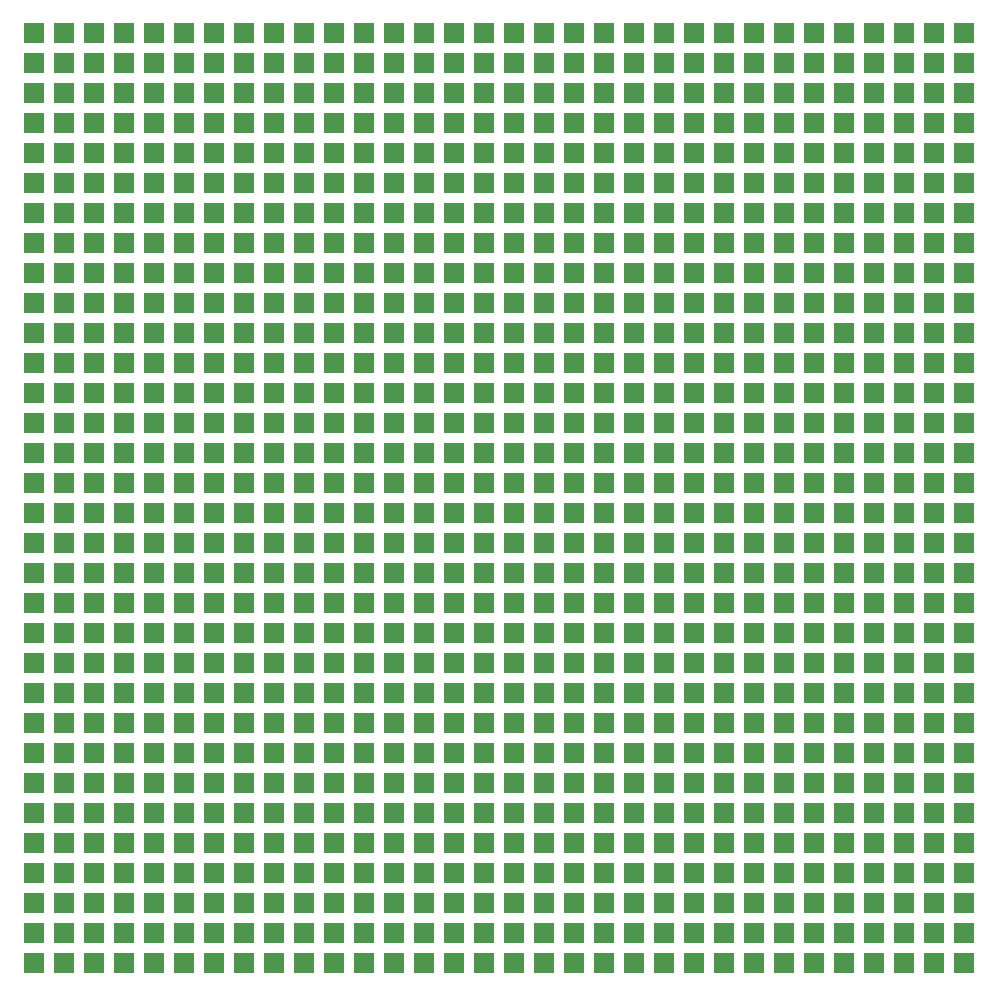
<source format=gbr>
%TF.GenerationSoftware,KiCad,Pcbnew,6.0.6-3a73a75311~116~ubuntu20.04.1*%
%TF.CreationDate,2022-06-29T13:13:07-05:00*%
%TF.ProjectId,XL_Proto_Breadboard_v001,584c5f50-726f-4746-9f5f-427265616462,rev?*%
%TF.SameCoordinates,Original*%
%TF.FileFunction,Soldermask,Top*%
%TF.FilePolarity,Negative*%
%FSLAX46Y46*%
G04 Gerber Fmt 4.6, Leading zero omitted, Abs format (unit mm)*
G04 Created by KiCad (PCBNEW 6.0.6-3a73a75311~116~ubuntu20.04.1) date 2022-06-29 13:13:07*
%MOMM*%
%LPD*%
G01*
G04 APERTURE LIST*
%ADD10R,1.700000X1.700000*%
G04 APERTURE END LIST*
D10*
%TO.C,U1*%
X153780000Y-87980000D03*
X151240000Y-57500000D03*
X120760000Y-67660000D03*
X184260000Y-87980000D03*
X153780000Y-75280000D03*
X110600000Y-90520000D03*
X163940000Y-113380000D03*
X143620000Y-90520000D03*
X141080000Y-72740000D03*
X174100000Y-75280000D03*
X125840000Y-100680000D03*
X110600000Y-123540000D03*
X133460000Y-121000000D03*
X156320000Y-90520000D03*
X169020000Y-133700000D03*
X169020000Y-115920000D03*
X143620000Y-123540000D03*
X148700000Y-57500000D03*
X171560000Y-60040000D03*
X181720000Y-80360000D03*
X179180000Y-87980000D03*
X133460000Y-100680000D03*
X158860000Y-126080000D03*
X143620000Y-103220000D03*
X138540000Y-126080000D03*
X158860000Y-87980000D03*
X120760000Y-72740000D03*
X186800000Y-113380000D03*
X179180000Y-70200000D03*
X163940000Y-103220000D03*
X118220000Y-60040000D03*
X179180000Y-105760000D03*
X179180000Y-100680000D03*
X179180000Y-72740000D03*
X169020000Y-82900000D03*
X171560000Y-70200000D03*
X110600000Y-95600000D03*
X186800000Y-100680000D03*
X125840000Y-65120000D03*
X133460000Y-105760000D03*
X189340000Y-70200000D03*
X133460000Y-62580000D03*
X161400000Y-98140000D03*
X148700000Y-87980000D03*
X156320000Y-57500000D03*
X110600000Y-133700000D03*
X158860000Y-118460000D03*
X166480000Y-67660000D03*
X153780000Y-118460000D03*
X133460000Y-82900000D03*
X130920000Y-103220000D03*
X163940000Y-82900000D03*
X153780000Y-80360000D03*
X184260000Y-65120000D03*
X151240000Y-82900000D03*
X118220000Y-123540000D03*
X148700000Y-118460000D03*
X181720000Y-95600000D03*
X184260000Y-100680000D03*
X148700000Y-123540000D03*
X143620000Y-113380000D03*
X143620000Y-95600000D03*
X113140000Y-95600000D03*
X136000000Y-70200000D03*
X186800000Y-123540000D03*
X130920000Y-60040000D03*
X169020000Y-126080000D03*
X158860000Y-62580000D03*
X181720000Y-90520000D03*
X115680000Y-80360000D03*
X169020000Y-128620000D03*
X110600000Y-98140000D03*
X120760000Y-123540000D03*
X138540000Y-54960000D03*
X176640000Y-65120000D03*
X115680000Y-133700000D03*
X136000000Y-103220000D03*
X151240000Y-98140000D03*
X163940000Y-67660000D03*
X176640000Y-60040000D03*
X110600000Y-93060000D03*
X146160000Y-85440000D03*
X136000000Y-126080000D03*
X161400000Y-60040000D03*
X125840000Y-70200000D03*
X110600000Y-103220000D03*
X189340000Y-110840000D03*
X184260000Y-75280000D03*
X156320000Y-93060000D03*
X153780000Y-123540000D03*
X181720000Y-72740000D03*
X156320000Y-75280000D03*
X184260000Y-113380000D03*
X156320000Y-118460000D03*
X128380000Y-113380000D03*
X161400000Y-85440000D03*
X186800000Y-95600000D03*
X151240000Y-93060000D03*
X189340000Y-123540000D03*
X130920000Y-75280000D03*
X123300000Y-93060000D03*
X186800000Y-105760000D03*
X141080000Y-108300000D03*
X153780000Y-110840000D03*
X138540000Y-108300000D03*
X166480000Y-75280000D03*
X153780000Y-57500000D03*
X181720000Y-77820000D03*
X176640000Y-80360000D03*
X146160000Y-77820000D03*
X156320000Y-95600000D03*
X128380000Y-128620000D03*
X143620000Y-108300000D03*
X115680000Y-72740000D03*
X171560000Y-123540000D03*
X115680000Y-54960000D03*
X123300000Y-128620000D03*
X158860000Y-85440000D03*
X186800000Y-126080000D03*
X130920000Y-57500000D03*
X120760000Y-103220000D03*
X153780000Y-67660000D03*
X120760000Y-70200000D03*
X161400000Y-133700000D03*
X171560000Y-54960000D03*
X153780000Y-121000000D03*
X110600000Y-87980000D03*
X153780000Y-90520000D03*
X128380000Y-93060000D03*
X113140000Y-103220000D03*
X123300000Y-80360000D03*
X174100000Y-87980000D03*
X128380000Y-118460000D03*
X171560000Y-67660000D03*
X110600000Y-75280000D03*
X143620000Y-131160000D03*
X133460000Y-123540000D03*
X161400000Y-62580000D03*
X163940000Y-77820000D03*
X118220000Y-62580000D03*
X118220000Y-118460000D03*
X130920000Y-85440000D03*
X156320000Y-82900000D03*
X138540000Y-95600000D03*
X136000000Y-115920000D03*
X166480000Y-108300000D03*
X166480000Y-113380000D03*
X128380000Y-82900000D03*
X136000000Y-121000000D03*
X110600000Y-105760000D03*
X138540000Y-62580000D03*
X158860000Y-108300000D03*
X171560000Y-87980000D03*
X163940000Y-131160000D03*
X128380000Y-131160000D03*
X113140000Y-57500000D03*
X128380000Y-115920000D03*
X151240000Y-90520000D03*
X120760000Y-113380000D03*
X153780000Y-85440000D03*
X133460000Y-72740000D03*
X138540000Y-100680000D03*
X161400000Y-57500000D03*
X133460000Y-90520000D03*
X181720000Y-75280000D03*
X148700000Y-108300000D03*
X136000000Y-108300000D03*
X158860000Y-65120000D03*
X174100000Y-103220000D03*
X146160000Y-133700000D03*
X176640000Y-67660000D03*
X138540000Y-103220000D03*
X141080000Y-62580000D03*
X151240000Y-108300000D03*
X163940000Y-57500000D03*
X189340000Y-90520000D03*
X130920000Y-95600000D03*
X166480000Y-80360000D03*
X113140000Y-110840000D03*
X118220000Y-54960000D03*
X179180000Y-54960000D03*
X146160000Y-54960000D03*
X153780000Y-77820000D03*
X153780000Y-60040000D03*
X148700000Y-128620000D03*
X174100000Y-126080000D03*
X169020000Y-98140000D03*
X186800000Y-60040000D03*
X166480000Y-65120000D03*
X189340000Y-103220000D03*
X113140000Y-108300000D03*
X153780000Y-126080000D03*
X163940000Y-62580000D03*
X113140000Y-75280000D03*
X125840000Y-105760000D03*
X184260000Y-70200000D03*
X156320000Y-103220000D03*
X133460000Y-128620000D03*
X158860000Y-105760000D03*
X174100000Y-98140000D03*
X189340000Y-67660000D03*
X186800000Y-118460000D03*
X143620000Y-62580000D03*
X163940000Y-95600000D03*
X171560000Y-103220000D03*
X120760000Y-62580000D03*
X189340000Y-121000000D03*
X115680000Y-113380000D03*
X143620000Y-93060000D03*
X166480000Y-90520000D03*
X156320000Y-70200000D03*
X163940000Y-100680000D03*
X174100000Y-123540000D03*
X181720000Y-110840000D03*
X171560000Y-105760000D03*
X141080000Y-113380000D03*
X113140000Y-87980000D03*
X141080000Y-115920000D03*
X163940000Y-70200000D03*
X146160000Y-115920000D03*
X125840000Y-103220000D03*
X125840000Y-60040000D03*
X133460000Y-110840000D03*
X169020000Y-103220000D03*
X179180000Y-77820000D03*
X151240000Y-75280000D03*
X158860000Y-98140000D03*
X161400000Y-93060000D03*
X128380000Y-110840000D03*
X176640000Y-113380000D03*
X153780000Y-115920000D03*
X115680000Y-110840000D03*
X125840000Y-98140000D03*
X171560000Y-133700000D03*
X143620000Y-60040000D03*
X156320000Y-100680000D03*
X174100000Y-67660000D03*
X166480000Y-123540000D03*
X110600000Y-113380000D03*
X141080000Y-105760000D03*
X184260000Y-85440000D03*
X118220000Y-115920000D03*
X184260000Y-72740000D03*
X166480000Y-133700000D03*
X161400000Y-118460000D03*
X163940000Y-115920000D03*
X141080000Y-121000000D03*
X120760000Y-100680000D03*
X141080000Y-103220000D03*
X148700000Y-93060000D03*
X179180000Y-121000000D03*
X179180000Y-128620000D03*
X189340000Y-108300000D03*
X156320000Y-128620000D03*
X120760000Y-75280000D03*
X128380000Y-87980000D03*
X186800000Y-108300000D03*
X110600000Y-72740000D03*
X133460000Y-108300000D03*
X181720000Y-67660000D03*
X156320000Y-131160000D03*
X115680000Y-75280000D03*
X156320000Y-62580000D03*
X128380000Y-54960000D03*
X125840000Y-95600000D03*
X118220000Y-70200000D03*
X118220000Y-65120000D03*
X123300000Y-87980000D03*
X181720000Y-57500000D03*
X153780000Y-113380000D03*
X125840000Y-87980000D03*
X181720000Y-108300000D03*
X181720000Y-121000000D03*
X141080000Y-110840000D03*
X158860000Y-128620000D03*
X186800000Y-65120000D03*
X146160000Y-60040000D03*
X151240000Y-95600000D03*
X125840000Y-67660000D03*
X128380000Y-65120000D03*
X181720000Y-126080000D03*
X171560000Y-126080000D03*
X163940000Y-110840000D03*
X169020000Y-118460000D03*
X163940000Y-80360000D03*
X115680000Y-85440000D03*
X120760000Y-93060000D03*
X136000000Y-98140000D03*
X184260000Y-121000000D03*
X118220000Y-67660000D03*
X153780000Y-128620000D03*
X161400000Y-82900000D03*
X174100000Y-113380000D03*
X128380000Y-72740000D03*
X141080000Y-131160000D03*
X184260000Y-123540000D03*
X141080000Y-126080000D03*
X120760000Y-118460000D03*
X179180000Y-103220000D03*
X118220000Y-103220000D03*
X161400000Y-80360000D03*
X184260000Y-60040000D03*
X161400000Y-70200000D03*
X166480000Y-72740000D03*
X176640000Y-126080000D03*
X161400000Y-105760000D03*
X151240000Y-80360000D03*
X146160000Y-95600000D03*
X123300000Y-72740000D03*
X146160000Y-80360000D03*
X153780000Y-93060000D03*
X174100000Y-121000000D03*
X189340000Y-54960000D03*
X133460000Y-87980000D03*
X118220000Y-128620000D03*
X120760000Y-128620000D03*
X171560000Y-128620000D03*
X138540000Y-60040000D03*
X169020000Y-110840000D03*
X166480000Y-85440000D03*
X138540000Y-123540000D03*
X186800000Y-90520000D03*
X186800000Y-85440000D03*
X161400000Y-113380000D03*
X118220000Y-98140000D03*
X156320000Y-126080000D03*
X141080000Y-98140000D03*
X176640000Y-100680000D03*
X186800000Y-57500000D03*
X133460000Y-57500000D03*
X136000000Y-85440000D03*
X158860000Y-54960000D03*
X169020000Y-72740000D03*
X158860000Y-60040000D03*
X163940000Y-87980000D03*
X179180000Y-90520000D03*
X169020000Y-95600000D03*
X113140000Y-77820000D03*
X115680000Y-103220000D03*
X115680000Y-90520000D03*
X110600000Y-77820000D03*
X128380000Y-77820000D03*
X118220000Y-75280000D03*
X163940000Y-75280000D03*
X176640000Y-103220000D03*
X136000000Y-80360000D03*
X153780000Y-105760000D03*
X171560000Y-90520000D03*
X163940000Y-105760000D03*
X158860000Y-67660000D03*
X128380000Y-85440000D03*
X158860000Y-113380000D03*
X138540000Y-87980000D03*
X171560000Y-121000000D03*
X130920000Y-115920000D03*
X136000000Y-110840000D03*
X189340000Y-57500000D03*
X163940000Y-128620000D03*
X143620000Y-82900000D03*
X189340000Y-75280000D03*
X166480000Y-115920000D03*
X115680000Y-105760000D03*
X158860000Y-75280000D03*
X153780000Y-54960000D03*
X171560000Y-85440000D03*
X113140000Y-118460000D03*
X166480000Y-93060000D03*
X148700000Y-65120000D03*
X171560000Y-131160000D03*
X123300000Y-105760000D03*
X113140000Y-70200000D03*
X156320000Y-133700000D03*
X125840000Y-82900000D03*
X166480000Y-100680000D03*
X120760000Y-60040000D03*
X133460000Y-115920000D03*
X151240000Y-128620000D03*
X138540000Y-77820000D03*
X113140000Y-131160000D03*
X141080000Y-57500000D03*
X123300000Y-82900000D03*
X143620000Y-54960000D03*
X181720000Y-133700000D03*
X118220000Y-133700000D03*
X156320000Y-115920000D03*
X166480000Y-82900000D03*
X156320000Y-98140000D03*
X113140000Y-62580000D03*
X136000000Y-77820000D03*
X148700000Y-70200000D03*
X174100000Y-115920000D03*
X130920000Y-131160000D03*
X113140000Y-60040000D03*
X118220000Y-90520000D03*
X174100000Y-85440000D03*
X151240000Y-113380000D03*
X143620000Y-65120000D03*
X153780000Y-72740000D03*
X163940000Y-133700000D03*
X166480000Y-103220000D03*
X113140000Y-98140000D03*
X125840000Y-115920000D03*
X186800000Y-72740000D03*
X130920000Y-98140000D03*
X153780000Y-133700000D03*
X125840000Y-54960000D03*
X130920000Y-54960000D03*
X166480000Y-110840000D03*
X146160000Y-100680000D03*
X143620000Y-57500000D03*
X123300000Y-67660000D03*
X156320000Y-121000000D03*
X148700000Y-67660000D03*
X148700000Y-98140000D03*
X113140000Y-72740000D03*
X133460000Y-113380000D03*
X138540000Y-67660000D03*
X158860000Y-100680000D03*
X123300000Y-103220000D03*
X158860000Y-72740000D03*
X189340000Y-82900000D03*
X169020000Y-77820000D03*
X184260000Y-128620000D03*
X136000000Y-57500000D03*
X184260000Y-105760000D03*
X141080000Y-133700000D03*
X148700000Y-131160000D03*
X153780000Y-82900000D03*
X123300000Y-133700000D03*
X138540000Y-118460000D03*
X133460000Y-77820000D03*
X174100000Y-82900000D03*
X176640000Y-70200000D03*
X138540000Y-72740000D03*
X141080000Y-82900000D03*
X120760000Y-110840000D03*
X179180000Y-62580000D03*
X115680000Y-70200000D03*
X113140000Y-123540000D03*
X120760000Y-54960000D03*
X133460000Y-70200000D03*
X176640000Y-110840000D03*
X186800000Y-67660000D03*
X163940000Y-118460000D03*
X133460000Y-85440000D03*
X143620000Y-126080000D03*
X189340000Y-131160000D03*
X138540000Y-121000000D03*
X118220000Y-77820000D03*
X133460000Y-126080000D03*
X128380000Y-95600000D03*
X151240000Y-131160000D03*
X186800000Y-110840000D03*
X118220000Y-110840000D03*
X143620000Y-75280000D03*
X120760000Y-126080000D03*
X125840000Y-93060000D03*
X136000000Y-131160000D03*
X146160000Y-105760000D03*
X120760000Y-95600000D03*
X151240000Y-105760000D03*
X189340000Y-98140000D03*
X125840000Y-123540000D03*
X174100000Y-108300000D03*
X181720000Y-105760000D03*
X161400000Y-108300000D03*
X171560000Y-110840000D03*
X184260000Y-93060000D03*
X176640000Y-75280000D03*
X186800000Y-87980000D03*
X169020000Y-70200000D03*
X158860000Y-133700000D03*
X186800000Y-82900000D03*
X158860000Y-82900000D03*
X110600000Y-67660000D03*
X176640000Y-123540000D03*
X179180000Y-80360000D03*
X128380000Y-105760000D03*
X156320000Y-123540000D03*
X120760000Y-77820000D03*
X123300000Y-121000000D03*
X148700000Y-77820000D03*
X138540000Y-85440000D03*
X118220000Y-87980000D03*
X133460000Y-75280000D03*
X153780000Y-131160000D03*
X113140000Y-126080000D03*
X148700000Y-75280000D03*
X141080000Y-100680000D03*
X143620000Y-98140000D03*
X171560000Y-72740000D03*
X148700000Y-95600000D03*
X146160000Y-113380000D03*
X166480000Y-118460000D03*
X174100000Y-72740000D03*
X146160000Y-75280000D03*
X161400000Y-100680000D03*
X128380000Y-67660000D03*
X184260000Y-108300000D03*
X166480000Y-128620000D03*
X123300000Y-131160000D03*
X136000000Y-67660000D03*
X133460000Y-95600000D03*
X174100000Y-118460000D03*
X130920000Y-87980000D03*
X156320000Y-85440000D03*
X181720000Y-118460000D03*
X169020000Y-123540000D03*
X130920000Y-72740000D03*
X163940000Y-60040000D03*
X113140000Y-115920000D03*
X169020000Y-100680000D03*
X184260000Y-131160000D03*
X123300000Y-57500000D03*
X179180000Y-82900000D03*
X169020000Y-75280000D03*
X189340000Y-62580000D03*
X115680000Y-108300000D03*
X128380000Y-121000000D03*
X169020000Y-60040000D03*
X163940000Y-108300000D03*
X123300000Y-118460000D03*
X120760000Y-108300000D03*
X181720000Y-65120000D03*
X141080000Y-60040000D03*
X169020000Y-90520000D03*
X166480000Y-62580000D03*
X133460000Y-67660000D03*
X174100000Y-70200000D03*
X146160000Y-82900000D03*
X113140000Y-121000000D03*
X174100000Y-54960000D03*
X141080000Y-75280000D03*
X163940000Y-85440000D03*
X130920000Y-118460000D03*
X179180000Y-133700000D03*
X136000000Y-133700000D03*
X133460000Y-103220000D03*
X186800000Y-54960000D03*
X125840000Y-80360000D03*
X123300000Y-123540000D03*
X186800000Y-62580000D03*
X161400000Y-77820000D03*
X158860000Y-123540000D03*
X161400000Y-131160000D03*
X143620000Y-121000000D03*
X176640000Y-90520000D03*
X166480000Y-105760000D03*
X184260000Y-62580000D03*
X123300000Y-54960000D03*
X118220000Y-108300000D03*
X148700000Y-80360000D03*
X171560000Y-82900000D03*
X179180000Y-65120000D03*
X184260000Y-54960000D03*
X146160000Y-123540000D03*
X113140000Y-133700000D03*
X189340000Y-118460000D03*
X146160000Y-110840000D03*
X151240000Y-67660000D03*
X176640000Y-108300000D03*
X174100000Y-128620000D03*
X130920000Y-113380000D03*
X176640000Y-72740000D03*
X110600000Y-57500000D03*
X189340000Y-65120000D03*
X120760000Y-105760000D03*
X174100000Y-131160000D03*
X189340000Y-128620000D03*
X161400000Y-115920000D03*
X148700000Y-90520000D03*
X128380000Y-108300000D03*
X161400000Y-54960000D03*
X151240000Y-110840000D03*
X179180000Y-93060000D03*
X181720000Y-115920000D03*
X176640000Y-87980000D03*
X113140000Y-80360000D03*
X120760000Y-98140000D03*
X125840000Y-85440000D03*
X118220000Y-113380000D03*
X143620000Y-115920000D03*
X115680000Y-77820000D03*
X148700000Y-100680000D03*
X123300000Y-95600000D03*
X163940000Y-54960000D03*
X161400000Y-121000000D03*
X118220000Y-126080000D03*
X138540000Y-128620000D03*
X110600000Y-62580000D03*
X186800000Y-133700000D03*
X151240000Y-126080000D03*
X113140000Y-93060000D03*
X148700000Y-72740000D03*
X146160000Y-67660000D03*
X136000000Y-82900000D03*
X161400000Y-126080000D03*
X186800000Y-77820000D03*
X141080000Y-85440000D03*
X151240000Y-60040000D03*
X146160000Y-108300000D03*
X156320000Y-60040000D03*
X169020000Y-113380000D03*
X115680000Y-98140000D03*
X146160000Y-72740000D03*
X115680000Y-126080000D03*
X130920000Y-67660000D03*
X141080000Y-65120000D03*
X130920000Y-126080000D03*
X174100000Y-95600000D03*
X176640000Y-93060000D03*
X161400000Y-65120000D03*
X113140000Y-67660000D03*
X115680000Y-118460000D03*
X151240000Y-123540000D03*
X146160000Y-70200000D03*
X141080000Y-128620000D03*
X171560000Y-98140000D03*
X171560000Y-65120000D03*
X118220000Y-131160000D03*
X123300000Y-113380000D03*
X133460000Y-65120000D03*
X115680000Y-100680000D03*
X123300000Y-100680000D03*
X143620000Y-133700000D03*
X130920000Y-62580000D03*
X128380000Y-70200000D03*
X169020000Y-67660000D03*
X113140000Y-54960000D03*
X110600000Y-65120000D03*
X189340000Y-87980000D03*
X158860000Y-93060000D03*
X171560000Y-115920000D03*
X128380000Y-60040000D03*
X138540000Y-133700000D03*
X171560000Y-93060000D03*
X130920000Y-93060000D03*
X163940000Y-93060000D03*
X125840000Y-108300000D03*
X158860000Y-80360000D03*
X128380000Y-133700000D03*
X120760000Y-90520000D03*
X151240000Y-133700000D03*
X171560000Y-57500000D03*
X158860000Y-57500000D03*
X146160000Y-93060000D03*
X186800000Y-121000000D03*
X186800000Y-103220000D03*
X166480000Y-87980000D03*
X136000000Y-54960000D03*
X143620000Y-72740000D03*
X176640000Y-54960000D03*
X186800000Y-93060000D03*
X110600000Y-54960000D03*
X176640000Y-62580000D03*
X148700000Y-60040000D03*
X169020000Y-80360000D03*
X156320000Y-80360000D03*
X189340000Y-105760000D03*
X110600000Y-126080000D03*
X148700000Y-62580000D03*
X184260000Y-77820000D03*
X128380000Y-98140000D03*
X156320000Y-87980000D03*
X174100000Y-62580000D03*
X176640000Y-77820000D03*
X118220000Y-57500000D03*
X120760000Y-80360000D03*
X148700000Y-121000000D03*
X143620000Y-80360000D03*
X143620000Y-105760000D03*
X158860000Y-121000000D03*
X153780000Y-65120000D03*
X156320000Y-65120000D03*
X153780000Y-98140000D03*
X176640000Y-121000000D03*
X113140000Y-113380000D03*
X141080000Y-67660000D03*
X184260000Y-110840000D03*
X110600000Y-118460000D03*
X146160000Y-103220000D03*
X118220000Y-95600000D03*
X141080000Y-123540000D03*
X158860000Y-131160000D03*
X136000000Y-118460000D03*
X166480000Y-57500000D03*
X146160000Y-87980000D03*
X151240000Y-103220000D03*
X148700000Y-85440000D03*
X189340000Y-72740000D03*
X138540000Y-65120000D03*
X186800000Y-80360000D03*
X113140000Y-128620000D03*
X113140000Y-90520000D03*
X189340000Y-93060000D03*
X156320000Y-105760000D03*
X158860000Y-77820000D03*
X128380000Y-90520000D03*
X184260000Y-82900000D03*
X128380000Y-126080000D03*
X125840000Y-75280000D03*
X143620000Y-87980000D03*
X166480000Y-98140000D03*
X151240000Y-54960000D03*
X125840000Y-121000000D03*
X171560000Y-113380000D03*
X186800000Y-70200000D03*
X151240000Y-77820000D03*
X128380000Y-100680000D03*
X123300000Y-90520000D03*
X138540000Y-70200000D03*
X189340000Y-95600000D03*
X186800000Y-131160000D03*
X181720000Y-70200000D03*
X166480000Y-54960000D03*
X125840000Y-110840000D03*
X123300000Y-60040000D03*
X179180000Y-123540000D03*
X125840000Y-118460000D03*
X171560000Y-118460000D03*
X179180000Y-75280000D03*
X123300000Y-98140000D03*
X118220000Y-72740000D03*
X184260000Y-98140000D03*
X141080000Y-80360000D03*
X123300000Y-77820000D03*
X128380000Y-123540000D03*
X130920000Y-90520000D03*
X110600000Y-100680000D03*
X115680000Y-115920000D03*
X169020000Y-105760000D03*
X148700000Y-105760000D03*
X130920000Y-77820000D03*
X118220000Y-105760000D03*
X151240000Y-87980000D03*
X174100000Y-77820000D03*
X125840000Y-128620000D03*
X189340000Y-85440000D03*
X169020000Y-93060000D03*
X141080000Y-77820000D03*
X174100000Y-80360000D03*
X181720000Y-87980000D03*
X130920000Y-105760000D03*
X143620000Y-100680000D03*
X136000000Y-62580000D03*
X179180000Y-126080000D03*
X189340000Y-80360000D03*
X179180000Y-115920000D03*
X143620000Y-70200000D03*
X113140000Y-65120000D03*
X156320000Y-54960000D03*
X163940000Y-123540000D03*
X133460000Y-131160000D03*
X141080000Y-90520000D03*
X184260000Y-103220000D03*
X143620000Y-110840000D03*
X179180000Y-60040000D03*
X113140000Y-100680000D03*
X110600000Y-60040000D03*
X138540000Y-80360000D03*
X174100000Y-105760000D03*
X161400000Y-67660000D03*
X166480000Y-121000000D03*
X148700000Y-113380000D03*
X141080000Y-54960000D03*
X171560000Y-75280000D03*
X156320000Y-72740000D03*
X171560000Y-62580000D03*
X146160000Y-62580000D03*
X179180000Y-108300000D03*
X158860000Y-70200000D03*
X189340000Y-115920000D03*
X133460000Y-133700000D03*
X123300000Y-62580000D03*
X171560000Y-80360000D03*
X166480000Y-60040000D03*
X186800000Y-98140000D03*
X161400000Y-75280000D03*
X151240000Y-65120000D03*
X123300000Y-75280000D03*
X110600000Y-110840000D03*
X138540000Y-90520000D03*
X123300000Y-108300000D03*
X146160000Y-118460000D03*
X161400000Y-95600000D03*
X176640000Y-133700000D03*
X156320000Y-67660000D03*
X148700000Y-110840000D03*
X125840000Y-90520000D03*
X115680000Y-128620000D03*
X115680000Y-123540000D03*
X151240000Y-115920000D03*
X110600000Y-128620000D03*
X138540000Y-105760000D03*
X156320000Y-77820000D03*
X146160000Y-121000000D03*
X125840000Y-126080000D03*
X115680000Y-57500000D03*
X138540000Y-110840000D03*
X174100000Y-100680000D03*
X115680000Y-60040000D03*
X169020000Y-65120000D03*
X169020000Y-108300000D03*
X118220000Y-82900000D03*
X130920000Y-82900000D03*
X130920000Y-121000000D03*
X136000000Y-93060000D03*
X123300000Y-85440000D03*
X143620000Y-85440000D03*
X148700000Y-126080000D03*
X156320000Y-110840000D03*
X158860000Y-95600000D03*
X181720000Y-128620000D03*
X133460000Y-98140000D03*
X136000000Y-128620000D03*
X174100000Y-90520000D03*
X181720000Y-82900000D03*
X125840000Y-57500000D03*
X176640000Y-57500000D03*
X148700000Y-133700000D03*
X166480000Y-131160000D03*
X184260000Y-115920000D03*
X161400000Y-123540000D03*
X138540000Y-82900000D03*
X130920000Y-80360000D03*
X138540000Y-57500000D03*
X151240000Y-85440000D03*
X153780000Y-62580000D03*
X130920000Y-133700000D03*
X174100000Y-133700000D03*
X166480000Y-77820000D03*
X174100000Y-110840000D03*
X166480000Y-70200000D03*
X123300000Y-110840000D03*
X189340000Y-77820000D03*
X161400000Y-128620000D03*
X176640000Y-105760000D03*
X181720000Y-100680000D03*
X115680000Y-65120000D03*
X179180000Y-57500000D03*
X161400000Y-110840000D03*
X181720000Y-131160000D03*
X113140000Y-105760000D03*
X169020000Y-54960000D03*
X133460000Y-80360000D03*
X151240000Y-62580000D03*
X128380000Y-80360000D03*
X120760000Y-82900000D03*
X169020000Y-87980000D03*
X136000000Y-105760000D03*
X171560000Y-100680000D03*
X181720000Y-85440000D03*
X179180000Y-118460000D03*
X186800000Y-128620000D03*
X151240000Y-70200000D03*
X174100000Y-65120000D03*
X161400000Y-90520000D03*
X179180000Y-131160000D03*
X123300000Y-115920000D03*
X130920000Y-100680000D03*
X120760000Y-85440000D03*
X166480000Y-126080000D03*
X146160000Y-128620000D03*
X120760000Y-121000000D03*
X151240000Y-72740000D03*
X143620000Y-77820000D03*
X138540000Y-75280000D03*
X128380000Y-75280000D03*
X136000000Y-95600000D03*
X136000000Y-113380000D03*
X138540000Y-113380000D03*
X136000000Y-87980000D03*
X156320000Y-108300000D03*
X125840000Y-131160000D03*
X151240000Y-121000000D03*
X161400000Y-87980000D03*
X166480000Y-95600000D03*
X179180000Y-98140000D03*
X115680000Y-82900000D03*
X120760000Y-65120000D03*
X156320000Y-113380000D03*
X115680000Y-62580000D03*
X184260000Y-95600000D03*
X153780000Y-103220000D03*
X115680000Y-87980000D03*
X186800000Y-115920000D03*
X141080000Y-95600000D03*
X130920000Y-110840000D03*
X118220000Y-121000000D03*
X184260000Y-57500000D03*
X169020000Y-131160000D03*
X179180000Y-85440000D03*
X128380000Y-103220000D03*
X176640000Y-82900000D03*
X189340000Y-113380000D03*
X181720000Y-98140000D03*
X176640000Y-118460000D03*
X186800000Y-75280000D03*
X146160000Y-65120000D03*
X171560000Y-108300000D03*
X181720000Y-54960000D03*
X128380000Y-57500000D03*
X120760000Y-133700000D03*
X115680000Y-121000000D03*
X169020000Y-62580000D03*
X113140000Y-82900000D03*
X120760000Y-131160000D03*
X125840000Y-113380000D03*
X153780000Y-108300000D03*
X115680000Y-93060000D03*
X184260000Y-80360000D03*
X163940000Y-90520000D03*
X130920000Y-70200000D03*
X171560000Y-77820000D03*
X115680000Y-131160000D03*
X181720000Y-113380000D03*
X169020000Y-85440000D03*
X133460000Y-60040000D03*
X184260000Y-67660000D03*
X174100000Y-60040000D03*
X148700000Y-115920000D03*
X120760000Y-115920000D03*
X120760000Y-87980000D03*
X158860000Y-115920000D03*
X110600000Y-80360000D03*
X136000000Y-65120000D03*
X176640000Y-131160000D03*
X153780000Y-100680000D03*
X130920000Y-128620000D03*
X133460000Y-93060000D03*
X179180000Y-113380000D03*
X184260000Y-118460000D03*
X110600000Y-121000000D03*
X176640000Y-115920000D03*
X179180000Y-95600000D03*
X133460000Y-54960000D03*
X118220000Y-100680000D03*
X169020000Y-121000000D03*
X158860000Y-90520000D03*
X136000000Y-100680000D03*
X141080000Y-118460000D03*
X110600000Y-85440000D03*
X125840000Y-72740000D03*
X125840000Y-77820000D03*
X163940000Y-98140000D03*
X110600000Y-115920000D03*
X153780000Y-95600000D03*
X110600000Y-108300000D03*
X184260000Y-90520000D03*
X146160000Y-98140000D03*
X130920000Y-123540000D03*
X115680000Y-67660000D03*
X171560000Y-95600000D03*
X141080000Y-93060000D03*
X110600000Y-131160000D03*
X181720000Y-62580000D03*
X118220000Y-80360000D03*
X184260000Y-133700000D03*
X146160000Y-57500000D03*
X146160000Y-131160000D03*
X148700000Y-82900000D03*
X113140000Y-85440000D03*
X176640000Y-128620000D03*
X181720000Y-93060000D03*
X176640000Y-95600000D03*
X176640000Y-85440000D03*
X148700000Y-54960000D03*
X136000000Y-72740000D03*
X138540000Y-115920000D03*
X184260000Y-126080000D03*
X110600000Y-82900000D03*
X136000000Y-60040000D03*
X146160000Y-126080000D03*
X153780000Y-70200000D03*
X179180000Y-67660000D03*
X163940000Y-126080000D03*
X115680000Y-95600000D03*
X181720000Y-103220000D03*
X189340000Y-60040000D03*
X125840000Y-62580000D03*
X123300000Y-70200000D03*
X118220000Y-85440000D03*
X136000000Y-90520000D03*
X189340000Y-133700000D03*
X143620000Y-128620000D03*
X143620000Y-67660000D03*
X189340000Y-100680000D03*
X141080000Y-87980000D03*
X158860000Y-110840000D03*
X163940000Y-121000000D03*
X128380000Y-62580000D03*
X176640000Y-98140000D03*
X148700000Y-103220000D03*
X181720000Y-60040000D03*
X130920000Y-65120000D03*
X174100000Y-57500000D03*
X138540000Y-98140000D03*
X181720000Y-123540000D03*
X110600000Y-70200000D03*
X136000000Y-123540000D03*
X138540000Y-93060000D03*
X161400000Y-103220000D03*
X151240000Y-118460000D03*
X158860000Y-103220000D03*
X151240000Y-100680000D03*
X146160000Y-90520000D03*
X136000000Y-75280000D03*
X125840000Y-133700000D03*
X123300000Y-65120000D03*
X133460000Y-118460000D03*
X189340000Y-126080000D03*
X123300000Y-126080000D03*
X143620000Y-118460000D03*
X120760000Y-57500000D03*
X174100000Y-93060000D03*
X138540000Y-131160000D03*
X179180000Y-110840000D03*
X163940000Y-65120000D03*
X163940000Y-72740000D03*
X161400000Y-72740000D03*
X130920000Y-108300000D03*
X141080000Y-70200000D03*
X118220000Y-93060000D03*
X169020000Y-57500000D03*
%TD*%
M02*

</source>
